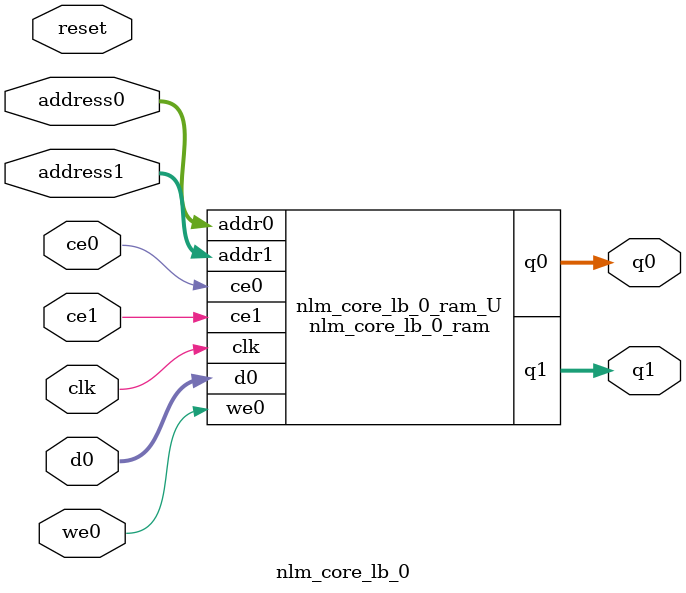
<source format=v>

`timescale 1 ns / 1 ps
module nlm_core_lb_0_ram (addr0, ce0, d0, we0, q0, addr1, ce1, q1,  clk);

parameter DWIDTH = 8;
parameter AWIDTH = 8;
parameter MEM_SIZE = 256;

input[AWIDTH-1:0] addr0;
input ce0;
input[DWIDTH-1:0] d0;
input we0;
output reg[DWIDTH-1:0] q0;
input[AWIDTH-1:0] addr1;
input ce1;
output reg[DWIDTH-1:0] q1;
input clk;

(* ram_style = "block" *)reg [DWIDTH-1:0] ram[0:MEM_SIZE-1];




always @(posedge clk)  
begin 
    if (ce0) 
    begin
        if (we0) 
        begin 
            ram[addr0] <= d0; 
            q0 <= d0;
        end 
        else 
            q0 <= ram[addr0];
    end
end


always @(posedge clk)  
begin 
    if (ce1) 
    begin
            q1 <= ram[addr1];
    end
end


endmodule


`timescale 1 ns / 1 ps
module nlm_core_lb_0(
    reset,
    clk,
    address0,
    ce0,
    we0,
    d0,
    q0,
    address1,
    ce1,
    q1);

parameter DataWidth = 32'd8;
parameter AddressRange = 32'd256;
parameter AddressWidth = 32'd8;
input reset;
input clk;
input[AddressWidth - 1:0] address0;
input ce0;
input we0;
input[DataWidth - 1:0] d0;
output[DataWidth - 1:0] q0;
input[AddressWidth - 1:0] address1;
input ce1;
output[DataWidth - 1:0] q1;



nlm_core_lb_0_ram nlm_core_lb_0_ram_U(
    .clk( clk ),
    .addr0( address0 ),
    .ce0( ce0 ),
    .we0( we0 ),
    .d0( d0 ),
    .q0( q0 ),
    .addr1( address1 ),
    .ce1( ce1 ),
    .q1( q1 ));

endmodule


</source>
